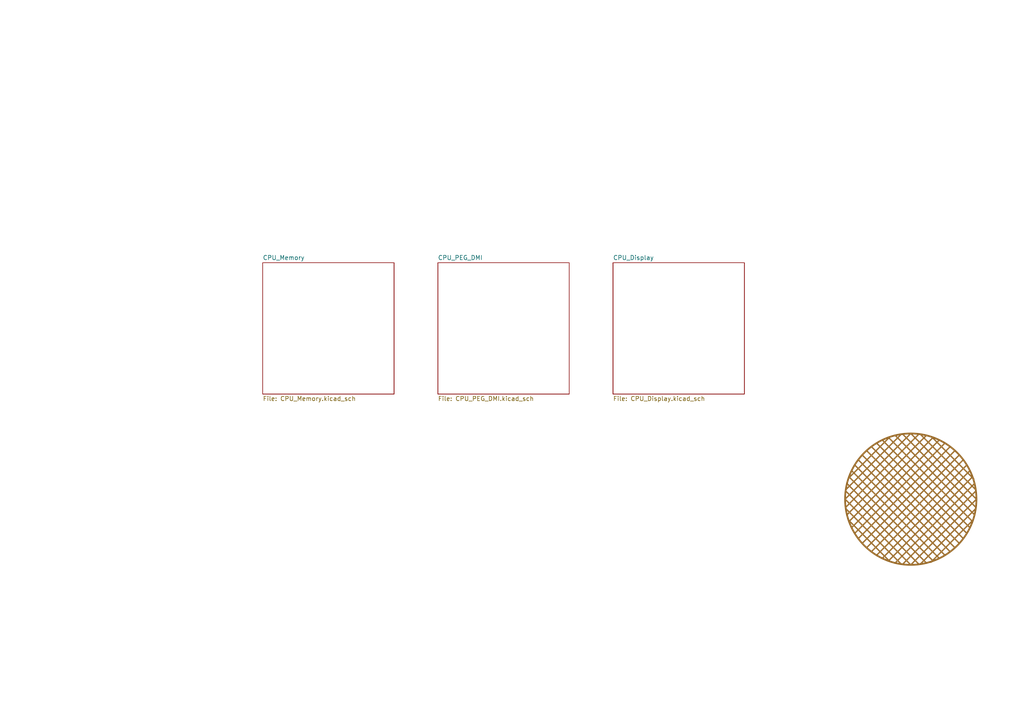
<source format=kicad_sch>
(kicad_sch
	(version 20250114)
	(generator "eeschema")
	(generator_version "9.0")
	(uuid "4bc771b8-eb19-46d0-8798-27231a7c6e83")
	(paper "A4")
	(title_block
		(title "Stroopwafel LGA1151 CFL")
		(company "WifiCable")
		(comment 3 "stroopwafel for your coffee (lake)")
	)
	(lib_symbols)
	(circle
		(center 264.16 144.78)
		(radius 19.05)
		(stroke
			(width 0.508)
			(type default)
			(color 150 104 40 1)
		)
		(fill
			(type none)
		)
		(uuid 936eeb3e-fab7-4ecf-be9c-27dc6f2d1467)
	)
	(polyline
		(pts
			(xy 282.702 140.208) (xy 259.588 163.322)
		)
		(stroke
			(width 0.381)
			(type default)
			(color 150 104 40 1)
		)
		(uuid "09b1a37a-3930-437f-9a0a-18c8f0aad573")
	)
	(polyline
		(pts
			(xy 245.364 147.574) (xy 261.366 163.576)
		)
		(stroke
			(width 0.381)
			(type default)
			(color 150 104 40 1)
		)
		(uuid "0d748aca-3efb-4a13-9368-bb057cda6472")
	)
	(polyline
		(pts
			(xy 282.194 150.876) (xy 270.002 163.068)
		)
		(stroke
			(width 0.381)
			(type default)
			(color 150 104 40 1)
		)
		(uuid "1bf7ea37-a475-4b0a-9a7e-95f1c58cd6ae")
	)
	(polyline
		(pts
			(xy 278.13 132.08) (xy 251.46 158.75)
		)
		(stroke
			(width 0.381)
			(type default)
			(color 150 104 40 1)
		)
		(uuid "1c9fac9f-c384-4912-b5e0-bb6b1d34eb24")
	)
	(polyline
		(pts
			(xy 282.956 142.494) (xy 261.874 163.576)
		)
		(stroke
			(width 0.381)
			(type default)
			(color 150 104 40 1)
		)
		(uuid "33e8cde0-bcf6-4082-9598-cfd86c4a39db")
	)
	(polyline
		(pts
			(xy 245.364 142.494) (xy 266.446 163.576)
		)
		(stroke
			(width 0.381)
			(type default)
			(color 150 104 40 1)
		)
		(uuid "34b2f7cd-93a9-4b0e-8528-99db9d71b12e")
	)
	(polyline
		(pts
			(xy 264.16 125.73) (xy 245.11 144.78)
		)
		(stroke
			(width 0.381)
			(type default)
			(color 150 104 40 1)
		)
		(uuid "39b2b036-687f-497d-8abf-366bca1afbb4")
	)
	(polyline
		(pts
			(xy 247.904 134.874) (xy 274.066 161.036)
		)
		(stroke
			(width 0.381)
			(type default)
			(color 150 104 40 1)
		)
		(uuid "3bb5bfb3-c166-4924-907a-491d0cd78139")
	)
	(polyline
		(pts
			(xy 250.19 132.08) (xy 276.86 158.75)
		)
		(stroke
			(width 0.381)
			(type default)
			(color 150 104 40 1)
		)
		(uuid "3c1cdaf6-9c1c-4011-8be3-2e51a3a67f9c")
	)
	(polyline
		(pts
			(xy 266.954 125.984) (xy 282.956 141.986)
		)
		(stroke
			(width 0.381)
			(type default)
			(color 150 104 40 1)
		)
		(uuid "42b934a6-9680-40a1-824a-ce6a6cff588a")
	)
	(polyline
		(pts
			(xy 248.92 133.35) (xy 275.59 160.02)
		)
		(stroke
			(width 0.381)
			(type default)
			(color 150 104 40 1)
		)
		(uuid "43ae9b53-4fb5-4c9c-8934-fde126106dd9")
	)
	(polyline
		(pts
			(xy 257.81 127) (xy 281.94 151.13)
		)
		(stroke
			(width 0.381)
			(type default)
			(color 150 104 40 1)
		)
		(uuid "44ae975f-52d8-4df6-a627-d6eedebd4215")
	)
	(polyline
		(pts
			(xy 270.256 126.746) (xy 282.448 138.938)
		)
		(stroke
			(width 0.381)
			(type default)
			(color 150 104 40 1)
		)
		(uuid "44ec8087-38dd-42d2-bb3c-10296594cd29")
	)
	(polyline
		(pts
			(xy 268.732 126.238) (xy 245.618 149.352)
		)
		(stroke
			(width 0.381)
			(type default)
			(color 150 104 40 1)
		)
		(uuid "473133b6-b647-4552-8fbb-29539384f2ab")
	)
	(polyline
		(pts
			(xy 247.142 136.652) (xy 272.288 161.798)
		)
		(stroke
			(width 0.381)
			(type default)
			(color 150 104 40 1)
		)
		(uuid "53fed7cd-b02a-45d2-80ee-609d7b07bcba")
	)
	(polyline
		(pts
			(xy 246.126 150.876) (xy 258.064 162.814)
		)
		(stroke
			(width 0.381)
			(type default)
			(color 150 104 40 1)
		)
		(uuid "5490d6bd-6ce6-4fe9-b7c8-81ed17113ae1")
	)
	(polyline
		(pts
			(xy 245.11 144.78) (xy 264.16 163.83)
		)
		(stroke
			(width 0.381)
			(type default)
			(color 150 104 40 1)
		)
		(uuid "55cd16c8-e547-40e8-91cb-97aff8c06c03")
	)
	(polyline
		(pts
			(xy 275.59 129.54) (xy 248.92 156.21)
		)
		(stroke
			(width 0.381)
			(type default)
			(color 150 104 40 1)
		)
		(uuid "59282761-e80f-4e16-8b40-1dc5e0e0d164")
	)
	(polyline
		(pts
			(xy 258.064 126.746) (xy 246.126 138.684)
		)
		(stroke
			(width 0.381)
			(type default)
			(color 150 104 40 1)
		)
		(uuid "67c34802-d0fb-45d6-9c97-d15ce9e5981d")
	)
	(polyline
		(pts
			(xy 270.51 127) (xy 246.38 151.13)
		)
		(stroke
			(width 0.381)
			(type default)
			(color 150 104 40 1)
		)
		(uuid "6e3c2d7c-c3e1-44a1-9bd6-6606331d748e")
	)
	(polyline
		(pts
			(xy 245.618 140.208) (xy 268.732 163.322)
		)
		(stroke
			(width 0.381)
			(type default)
			(color 150 104 40 1)
		)
		(uuid "6fb554f7-83e5-4b61-bc94-25b6cabeaf99")
	)
	(polyline
		(pts
			(xy 266.446 125.984) (xy 245.364 147.066)
		)
		(stroke
			(width 0.381)
			(type default)
			(color 150 104 40 1)
		)
		(uuid "6fbdea70-8eba-423e-b068-05a6db1bdb7c")
	)
	(polyline
		(pts
			(xy 252.73 129.54) (xy 279.4 156.21)
		)
		(stroke
			(width 0.381)
			(type default)
			(color 150 104 40 1)
		)
		(uuid "7a4810fb-e7d2-46a8-8b4b-434b74cbca2e")
	)
	(polyline
		(pts
			(xy 256.032 127.762) (xy 281.178 152.908)
		)
		(stroke
			(width 0.381)
			(type default)
			(color 150 104 40 1)
		)
		(uuid "95637901-d130-4737-b1d1-06fbf28d6f1a")
	)
	(polyline
		(pts
			(xy 276.86 130.81) (xy 250.19 157.48)
		)
		(stroke
			(width 0.381)
			(type default)
			(color 150 104 40 1)
		)
		(uuid "9adc525e-d93a-4d6b-a1db-be826e09dfc7")
	)
	(polyline
		(pts
			(xy 259.588 126.238) (xy 282.702 149.352)
		)
		(stroke
			(width 0.381)
			(type default)
			(color 150 104 40 1)
		)
		(uuid "9b7d3490-9851-4582-afcf-99f548b75fa9")
	)
	(polyline
		(pts
			(xy 280.416 134.874) (xy 254.254 161.036)
		)
		(stroke
			(width 0.381)
			(type default)
			(color 150 104 40 1)
		)
		(uuid "a88699f8-7d79-40de-aca0-72000545cdab")
	)
	(polyline
		(pts
			(xy 281.94 138.43) (xy 257.81 162.56)
		)
		(stroke
			(width 0.381)
			(type default)
			(color 150 104 40 1)
		)
		(uuid "aa311f73-47d5-4bc1-9ed7-e14740d43fb1")
	)
	(polyline
		(pts
			(xy 282.956 147.574) (xy 266.954 163.576)
		)
		(stroke
			(width 0.381)
			(type default)
			(color 150 104 40 1)
		)
		(uuid "ab23f3b1-a2de-4037-bda6-610071439872")
	)
	(polyline
		(pts
			(xy 283.21 144.78) (xy 264.16 163.83)
		)
		(stroke
			(width 0.381)
			(type default)
			(color 150 104 40 1)
		)
		(uuid "ad2d08a1-bbc6-40cb-ab64-7aa730ef5768")
	)
	(polyline
		(pts
			(xy 281.178 136.652) (xy 256.032 161.798)
		)
		(stroke
			(width 0.381)
			(type default)
			(color 150 104 40 1)
		)
		(uuid "af176f48-d166-4f1c-aa6f-0367430a8d86")
	)
	(polyline
		(pts
			(xy 261.874 125.984) (xy 282.956 147.066)
		)
		(stroke
			(width 0.381)
			(type default)
			(color 150 104 40 1)
		)
		(uuid "b0952523-853a-44a1-bc89-01b97b664122")
	)
	(polyline
		(pts
			(xy 272.288 127.762) (xy 247.142 152.908)
		)
		(stroke
			(width 0.381)
			(type default)
			(color 150 104 40 1)
		)
		(uuid "b532cef9-9154-41e4-997c-78beb9c69c46")
	)
	(polyline
		(pts
			(xy 264.16 125.73) (xy 283.21 144.78)
		)
		(stroke
			(width 0.381)
			(type default)
			(color 150 104 40 1)
		)
		(uuid "b8ddc898-b190-4d1d-a703-e0d1e97d2750")
	)
	(polyline
		(pts
			(xy 254.254 128.524) (xy 280.416 154.686)
		)
		(stroke
			(width 0.381)
			(type default)
			(color 150 104 40 1)
		)
		(uuid "c8987dd1-0a1a-4ffa-a6e5-5cd07055328e")
	)
	(polyline
		(pts
			(xy 251.46 130.81) (xy 278.13 157.48)
		)
		(stroke
			(width 0.381)
			(type default)
			(color 150 104 40 1)
		)
		(uuid "db9a84a7-c2c2-462a-819b-5a7954f7bd30")
	)
	(polyline
		(pts
			(xy 274.066 128.524) (xy 247.904 154.686)
		)
		(stroke
			(width 0.381)
			(type default)
			(color 150 104 40 1)
		)
		(uuid "e405ae90-88db-487a-b9e5-1cb61be857c0")
	)
	(polyline
		(pts
			(xy 279.4 133.35) (xy 252.73 160.02)
		)
		(stroke
			(width 0.381)
			(type default)
			(color 150 104 40 1)
		)
		(uuid "ef349fbe-ae99-4c33-9218-b3ead3f7bbd1")
	)
	(polyline
		(pts
			(xy 261.366 125.984) (xy 245.364 141.986)
		)
		(stroke
			(width 0.381)
			(type default)
			(color 150 104 40 1)
		)
		(uuid "f6d6216c-9924-4eb5-9b8b-b0bd961090bc")
	)
	(polyline
		(pts
			(xy 246.38 138.43) (xy 270.51 162.56)
		)
		(stroke
			(width 0.381)
			(type default)
			(color 150 104 40 1)
		)
		(uuid "f7b34bdd-6450-4946-86b7-d0ec52510d6b")
	)
	(sheet
		(at 127 76.2)
		(size 38.1 38.1)
		(exclude_from_sim no)
		(in_bom yes)
		(on_board yes)
		(dnp no)
		(fields_autoplaced yes)
		(stroke
			(width 0.1524)
			(type solid)
		)
		(fill
			(color 0 0 0 0.0000)
		)
		(uuid "061fe2d6-87c2-48c2-90bb-0928700512fc")
		(property "Sheetname" "CPU_PEG_DMI"
			(at 127 75.4884 0)
			(effects
				(font
					(size 1.27 1.27)
				)
				(justify left bottom)
			)
		)
		(property "Sheetfile" "CPU_PEG_DMI.kicad_sch"
			(at 127 114.8846 0)
			(effects
				(font
					(size 1.27 1.27)
				)
				(justify left top)
			)
		)
		(instances
			(project "Stroopwafel-LGA1151-CFL"
				(path "/4bc771b8-eb19-46d0-8798-27231a7c6e83"
					(page "3")
				)
			)
		)
	)
	(sheet
		(at 76.2 76.2)
		(size 38.1 38.1)
		(exclude_from_sim no)
		(in_bom yes)
		(on_board yes)
		(dnp no)
		(fields_autoplaced yes)
		(stroke
			(width 0.1524)
			(type solid)
		)
		(fill
			(color 0 0 0 0.0000)
		)
		(uuid "deeadc73-acb4-40d7-9415-61f11f304ecd")
		(property "Sheetname" "CPU_Memory"
			(at 76.2 75.4884 0)
			(effects
				(font
					(size 1.27 1.27)
				)
				(justify left bottom)
			)
		)
		(property "Sheetfile" "CPU_Memory.kicad_sch"
			(at 76.2 114.8846 0)
			(effects
				(font
					(size 1.27 1.27)
				)
				(justify left top)
			)
		)
		(instances
			(project "Stroopwafel-LGA1151-CFL"
				(path "/4bc771b8-eb19-46d0-8798-27231a7c6e83"
					(page "2")
				)
			)
		)
	)
	(sheet
		(at 177.8 76.2)
		(size 38.1 38.1)
		(exclude_from_sim no)
		(in_bom yes)
		(on_board yes)
		(dnp no)
		(fields_autoplaced yes)
		(stroke
			(width 0.1524)
			(type solid)
		)
		(fill
			(color 0 0 0 0.0000)
		)
		(uuid "f32a0628-54c2-4f5a-8fa3-eb09958bebe4")
		(property "Sheetname" "CPU_Display"
			(at 177.8 75.4884 0)
			(effects
				(font
					(size 1.27 1.27)
				)
				(justify left bottom)
			)
		)
		(property "Sheetfile" "CPU_Display.kicad_sch"
			(at 177.8 114.8846 0)
			(effects
				(font
					(size 1.27 1.27)
				)
				(justify left top)
			)
		)
		(instances
			(project "Stroopwafel-LGA1151-CFL"
				(path "/4bc771b8-eb19-46d0-8798-27231a7c6e83"
					(page "4")
				)
			)
		)
	)
	(sheet_instances
		(path "/"
			(page "1")
		)
	)
	(embedded_fonts no)
)

</source>
